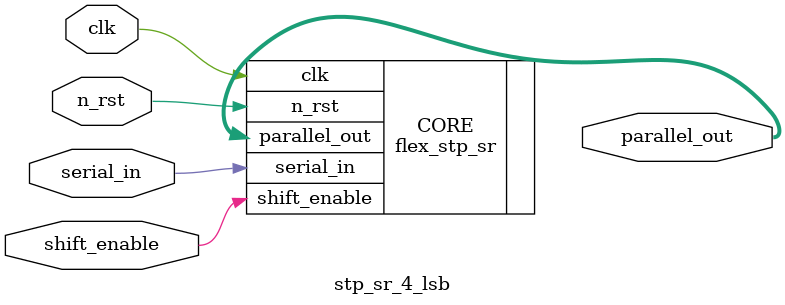
<source format=sv>

module stp_sr_4_lsb
(
	input wire clk,
	input wire n_rst,
	input wire serial_in,
	input wire shift_enable,
	output wire [3:0] parallel_out 
);

	flex_stp_sr 
	#(
		.NUM_BITS(4),
		.SHIFT_MSB(0)
		)
	CORE(
		.clk(clk),
		.n_rst(n_rst),
		.serial_in(serial_in),
		.shift_enable(shift_enable),
		.parallel_out(parallel_out)
	);

endmodule

</source>
